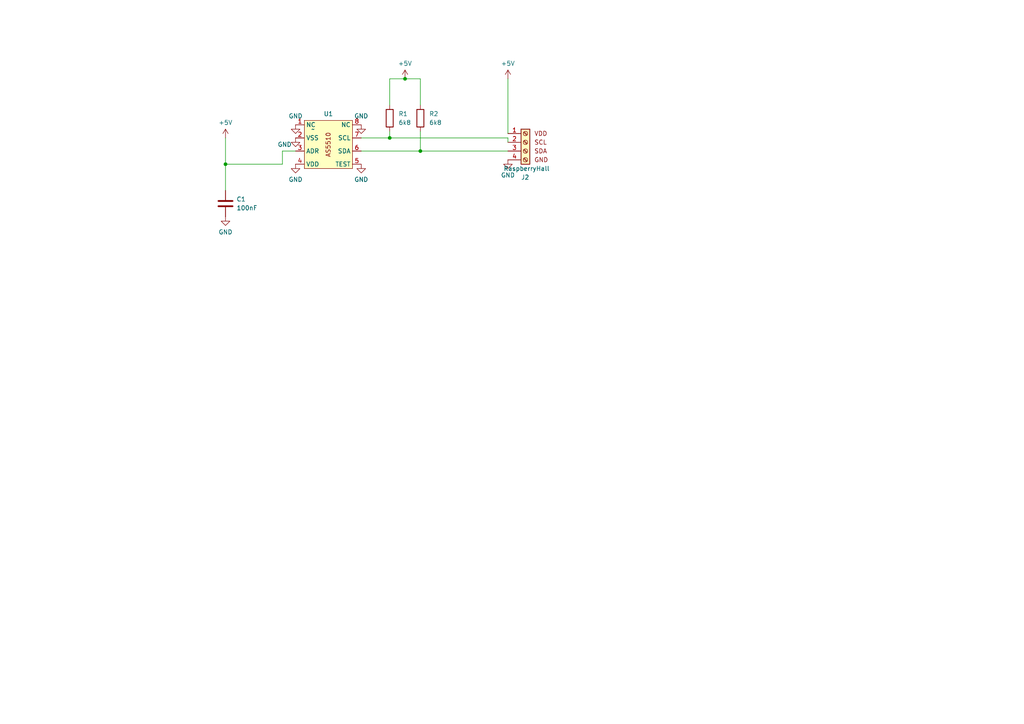
<source format=kicad_sch>
(kicad_sch (version 20230121) (generator eeschema)
  (paper "A4")
  (lib_symbols
    (symbol "Connector:Screw_Terminal_01x04" (pin_names (offset 1.016) hide)
      (property "Reference" "J2" (at -1.27 -10.16 0))
      (property "Value" "RaspberryHall" (at -6.35 -7.62 0))
      (symbol "Screw_Terminal_01x04_1_1"
        (rectangle (start -1.27 3.81) (end 1.27 -6.35) (stroke (width 0.254)) (fill (type background)))
        (circle (center 0 -5.08) (radius 0.635) (stroke (width 0.1524)))
        (circle (center 0 -2.54) (radius 0.635) (stroke (width 0.1524)))
        (polyline (pts (xy -0.5334 -4.7498) (xy 0.3302 -5.588)) (stroke (width 0.1524)))
        (polyline (pts (xy -0.5334 -2.2098) (xy 0.3302 -3.048)) (stroke (width 0.1524)))
        (polyline (pts (xy -0.5334 0.3302) (xy 0.3302 -0.508)) (stroke (width 0.1524)))
        (polyline (pts (xy -0.5334 2.8702) (xy 0.3302 2.032)) (stroke (width 0.1524)))
        (polyline (pts (xy -0.3556 -4.572) (xy 0.508 -5.4102)) (stroke (width 0.1524)))
        (polyline (pts (xy -0.3556 -2.032) (xy 0.508 -2.8702)) (stroke (width 0.1524)))
        (polyline (pts (xy -0.3556 0.508) (xy 0.508 -0.3302)) (stroke (width 0.1524)))
        (polyline (pts (xy -0.3556 3.048) (xy 0.508 2.2098)) (stroke (width 0.1524)))
        (circle (center 0 0) (radius 0.635) (stroke (width 0.1524)))
        (circle (center 0 2.54) (radius 0.635) (stroke (width 0.1524)))
        (text "GND\n" (at 2.54 -5.08 0) (effects (font (size 1.27 1.27)) (justify left)))
        (text "SCL" (at 2.54 0 0) (effects (font (size 1.27 1.27)) (justify left)))
        (text "SDA" (at 2.54 -2.54 0) (effects (font (size 1.27 1.27)) (justify left)))
        (text "VDD" (at 2.54 2.54 0) (effects (font (size 1.27 1.27)) (justify left)))
        (pin passive line (at -5.08 2.54 0) (length 3.81) (name "Pin_1") (number "1"))
        (pin passive line (at -5.08 0 0) (length 3.81) (name "Pin_2") (number "2"))
        (pin passive line (at -5.08 -2.54 0) (length 3.81) (name "Pin_3") (number "3"))
        (pin passive line (at -5.08 -5.08 0) (length 3.81) (name "Pin_4") (number "4"))
      )
    )
    (symbol "Device:C" (pin_numbers hide) (pin_names (offset 0.254))
      (property "Reference" "C" (at 0.635 2.54 0))
      (property "Value" "C" (at 0.635 -2.54 0))
      (symbol "C_0_1"
        (polyline (pts (xy -2.032 -0.762) (xy 2.032 -0.762)) (stroke (width 0.508)))
        (polyline (pts (xy -2.032 0.762) (xy 2.032 0.762)) (stroke (width 0.508)))
      )
      (symbol "C_1_1"
        (pin passive line (at 0 3.81 270) (length 2.794) (name "~") (number "1"))
        (pin passive line (at 0 -3.81 90) (length 2.794) (name "~") (number "2"))
      )
    )
    (symbol "Device:R" (pin_numbers hide) (pin_names (offset 0))
      (property "Reference" "R" (at 2.032 0 90))
      (property "Value" "R" (at 0 0 90))
      (symbol "R_0_1"
        (rectangle (start -1.016 -2.54) (end 1.016 2.54) (stroke (width 0.254)))
      )
      (symbol "R_1_1"
        (pin passive line (at 0 3.81 270) (length 1.27) (name "~") (number "1"))
        (pin passive line (at 0 -3.81 90) (length 1.27) (name "~") (number "2"))
      )
    )
    (symbol "OSRAM_AS5510_DSOM:AS5510-DSOM"
      (property "Reference" "U" (at -0.7482 7.6087 0))
      (symbol "AS5510-DSOM_1_1"
        (rectangle (start -7.62 6.35) (end 6.35 -7.62) (fill (type background)))
        (text "AS5510" (at -0.6765 -0.6696 900) (effects (font (size 1.27 1.27))))
        (pin input line (at -10.16 5.08 0) (length 2.54) (name "NC") (number "1"))
        (pin input line (at -10.16 1.27 0) (length 2.54) (name "VSS") (number "2"))
        (pin input line (at -10.16 -2.54 0) (length 2.54) (name "ADR") (number "3"))
        (pin input line (at -10.16 -6.35 0) (length 2.54) (name "VDD") (number "4"))
        (pin input line (at 8.89 -6.35 180) (length 2.54) (name "TEST") (number "5"))
        (pin input line (at 8.89 -2.54 180) (length 2.54) (name "SDA") (number "6"))
        (pin input line (at 8.89 1.27 180) (length 2.54) (name "SCL") (number "7"))
        (pin input line (at 8.89 5.08 180) (length 2.54) (name "NC") (number "8"))
      )
    )
    (symbol "power:+5V" (power) (pin_names (offset 0))
      (property "Value" "+5V" (at 0 3.556 0))
      (symbol "+5V_0_1"
        (polyline (pts (xy -0.762 1.27) (xy 0 2.54)))
        (polyline (pts (xy 0 0) (xy 0 2.54)))
        (polyline (pts (xy 0 2.54) (xy 0.762 1.27)))
      )
      (symbol "+5V_1_1"
        (pin power_in line (at 0 0 90) (length 0) hide (name "+5V") (number "1"))
      )
    )
    (symbol "power:GND" (power) (pin_names (offset 0))
      (property "Value" "GND" (at 0 -3.81 0))
      (symbol "GND_0_1"
        (polyline (pts (xy 0 0) (xy 0 -1.27) (xy 1.27 -1.27) (xy 0 -2.54) (xy -1.27 -1.27) (xy 0 -1.27)))
      )
      (symbol "GND_1_1"
        (pin power_in line (at 0 0 270) (length 0) hide (name "GND") (number "1"))
      )
    )
  )
  (junction (at 65.405 47.625))
  (junction (at 117.475 22.86))
  (junction (at 121.92 43.815))
  (junction (at 113.03 40.005))
  (wire (pts (xy 121.92 38.1) (xy 121.92 43.815)))
  (wire (pts (xy 113.03 38.1) (xy 113.03 40.005)))
  (wire (pts (xy 121.92 22.86) (xy 121.92 30.48)))
  (wire (pts (xy 147.32 43.815) (xy 121.92 43.815)))
  (wire (pts (xy 147.32 40.005) (xy 147.32 41.275)))
  (wire (pts (xy 65.405 47.625) (xy 81.915 47.625)))
  (wire (pts (xy 65.405 40.005) (xy 65.405 47.625)))
  (wire (pts (xy 81.915 43.815) (xy 81.915 47.625)))
  (wire (pts (xy 113.03 40.005) (xy 147.32 40.005)))
  (wire (pts (xy 117.475 22.86) (xy 121.92 22.86)))
  (wire (pts (xy 65.405 47.625) (xy 65.405 55.245)))
  (wire (pts (xy 104.775 43.815) (xy 121.92 43.815)))
  (wire (pts (xy 117.475 22.86) (xy 113.03 22.86)))
  (wire (pts (xy 85.725 43.815) (xy 81.915 43.815)))
  (wire (pts (xy 113.03 22.86) (xy 113.03 30.48)))
  (wire (pts (xy 147.32 22.86) (xy 147.32 38.735)))
  (wire (pts (xy 104.775 40.005) (xy 113.03 40.005)))
  (symbol (lib_id "power:GND") (at 104.775 36.195 0) (unit 1)
    (property "Reference" "#PWR04" (effects hide))
    (property "Value" "GND" (at 104.775 33.655 0))
  )
  (symbol (lib_id "power:GND") (at 147.32 46.355 0) (unit 1)
    (property "Reference" "#PWR08" (effects hide))
    (property "Value" "GND" (at 147.32 50.8 0))
  )
  (symbol (lib_id "power:GND") (at 85.725 40.005 0) (unit 1)
    (property "Reference" "#PWR05" (effects hide))
    (property "Value" "GND" (at 82.55 41.91 0))
  )
  (symbol (lib_id "power:GND") (at 85.725 36.195 0) (unit 1)
    (property "Reference" "#PWR03" (effects hide))
    (property "Value" "GND" (at 85.725 33.655 0))
  )
  (symbol (lib_id "power:+5V") (at 147.32 22.86 0) (unit 1)
    (property "Reference" "#PWR07" (effects hide))
    (property "Value" "+5V" (at 147.32 18.415 0))
  )
  (symbol (lib_id "power:+5V") (at 65.405 40.005 0) (unit 1)
    (property "Reference" "#PWR02" (effects hide))
    (property "Value" "+5V" (at 65.405 35.56 0))
  )
  (symbol (lib_id "Device:C") (at 65.405 59.055 0) (unit 1)
    (property "Reference" "C1" (at 68.58 57.785 0) (effects (justify left)))
    (property "Value" "100nF" (at 68.58 60.325 0) (effects (justify left)))
    (property "Footprint" "Capacitor_SMD:C_0805_2012Metric_Pad1.18x1.45mm_HandSolder" (effects hide))
  )
  (symbol (lib_id "power:GND") (at 104.775 47.625 0) (unit 1)
    (property "Reference" "#PWR09" (effects hide))
    (property "Value" "GND" (at 104.775 52.07 0))
  )
  (symbol (lib_id "power:GND") (at 85.725 47.625 0) (unit 1)
    (property "Reference" "#PWR010" (effects hide))
    (property "Value" "GND" (at 85.725 52.07 0))
  )
  (symbol (lib_id "power:GND") (at 65.405 62.865 0) (unit 1)
    (property "Reference" "#PWR01" (effects hide))
    (property "Value" "GND" (at 65.405 67.31 0))
  )
  (symbol (lib_id "Device:R") (at 113.03 34.29 0) (unit 1)
    (property "Reference" "R1" (at 115.57 33.02 0) (effects (justify left)))
    (property "Value" "6k8" (at 115.57 35.56 0) (effects (justify left)))
    (property "Footprint" "Resistor_SMD:R_0805_2012Metric_Pad1.20x1.40mm_HandSolder" (effects hide))
  )
  (symbol (lib_id "OSRAM_AS5510_DSOM:AS5510-DSOM") (at 95.885 41.275 0) (unit 1)
    (property "Reference" "U1" (at 95.25 33.02 0))
    (property "Value" "~" (at 90.805 37.465 0))
    (property "Footprint" "Package_SO:SOIC-8_3.9x4.9mm_P1.27mm" (effects hide))
  )
  (symbol (lib_id "power:+5V") (at 117.475 22.86 0) (unit 1)
    (property "Reference" "#PWR06" (effects hide))
    (property "Value" "+5V" (at 117.475 18.415 0))
  )
  (symbol (lib_id "Device:R") (at 121.92 34.29 0) (unit 1)
    (property "Reference" "R2" (at 124.46 33.02 0) (effects (justify left)))
    (property "Value" "6k8" (at 124.46 35.56 0) (effects (justify left)))
    (property "Footprint" "Resistor_SMD:R_0805_2012Metric_Pad1.20x1.40mm_HandSolder" (effects hide))
  )
  (symbol (lib_id "Connector:Screw_Terminal_01x04") (at 152.4 41.275 0) (unit 1)
    (property "Reference" "J2" (at 151.13 51.435 0) (effects (justify left)))
    (property "Value" "RaspberryHall" (at 146.05 48.895 0) (effects (justify left)))
    (property "Footprint" "TerminalBlock_4Ucon:TerminalBlock_4Ucon_1x04_P3.50mm_Vertical" (effects hide))
  )
)
</source>
